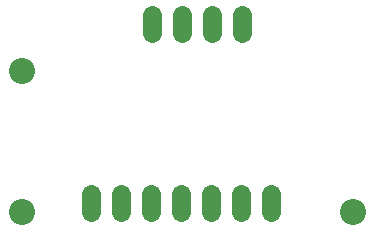
<source format=gbs>
G04 EAGLE Gerber RS-274X export*
G75*
%MOMM*%
%FSLAX34Y34*%
%LPD*%
%INBottom Solder Mask*%
%IPPOS*%
%AMOC8*
5,1,8,0,0,1.08239X$1,22.5*%
G01*
G04 Define Apertures*
%ADD10C,2.201600*%
%ADD11C,1.625600*%
D10*
X30000Y30000D03*
X310000Y30000D03*
X30000Y150000D03*
D11*
X216300Y181944D02*
X216300Y197184D01*
X190900Y197184D02*
X190900Y181944D01*
X165500Y181944D02*
X165500Y197184D01*
X140100Y197184D02*
X140100Y181944D01*
X241300Y45720D02*
X241300Y30480D01*
X215900Y30480D02*
X215900Y45720D01*
X190500Y45720D02*
X190500Y30480D01*
X165100Y30480D02*
X165100Y45720D01*
X139700Y45720D02*
X139700Y30480D01*
X114300Y30480D02*
X114300Y45720D01*
X88900Y45720D02*
X88900Y30480D01*
M02*

</source>
